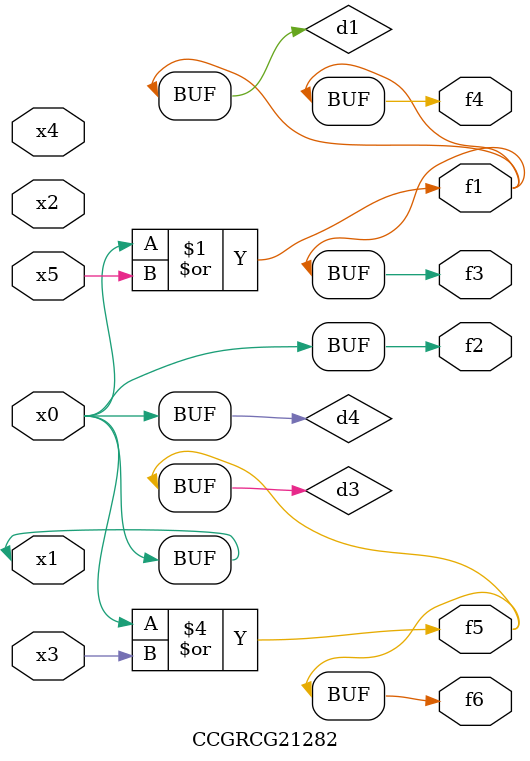
<source format=v>
module CCGRCG21282(
	input x0, x1, x2, x3, x4, x5,
	output f1, f2, f3, f4, f5, f6
);

	wire d1, d2, d3, d4;

	or (d1, x0, x5);
	xnor (d2, x1, x4);
	or (d3, x0, x3);
	buf (d4, x0, x1);
	assign f1 = d1;
	assign f2 = d4;
	assign f3 = d1;
	assign f4 = d1;
	assign f5 = d3;
	assign f6 = d3;
endmodule

</source>
